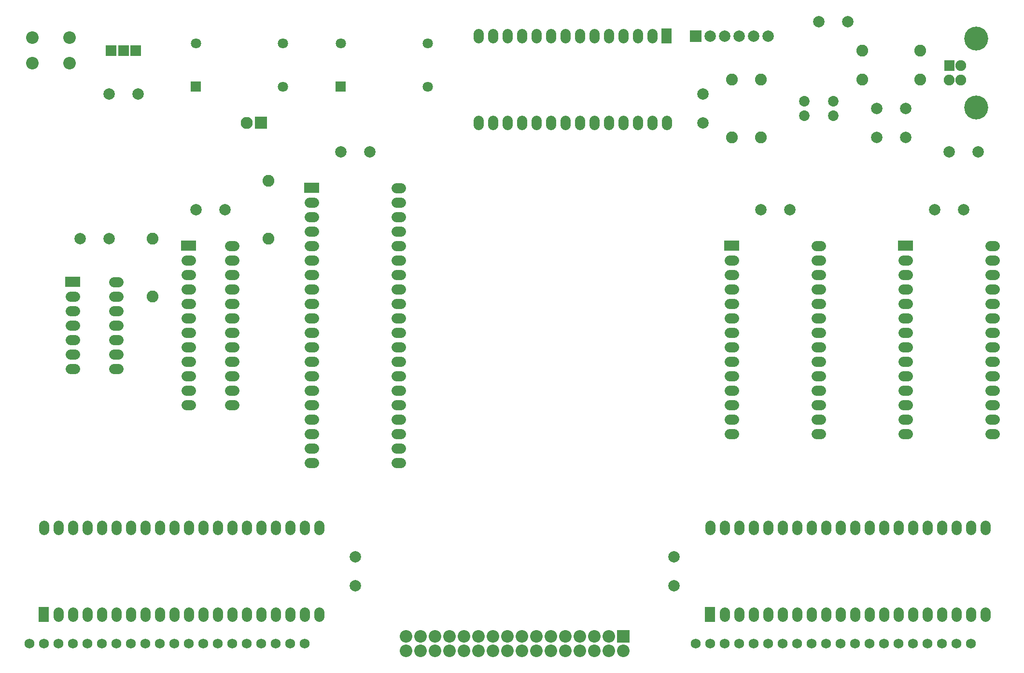
<source format=gbs>
G04 Layer: BottomSolderMaskLayer*
G04 EasyEDA v6.3.22, 2020-04-01T16:04:37--7:00*
G04 e4bcf462cb0447a68219b7cdce75b0ac,1d979999f33e43778db822881d36423c,10*
G04 Gerber Generator version 0.2*
G04 Scale: 100 percent, Rotated: No, Reflected: No *
G04 Dimensions in millimeters *
G04 leading zeros omitted , absolute positions ,3 integer and 3 decimal *
%FSLAX33Y33*%
%MOMM*%
G90*
G71D02*

%ADD35C,1.803197*%
%ADD37C,2.082800*%
%ADD39C,1.727200*%
%ADD40C,2.003196*%
%ADD45C,1.854200*%
%ADD47C,2.203196*%
%ADD48C,1.903197*%
%ADD49C,4.203192*%
%ADD51C,2.103196*%

%LPD*%
G54D35*
G01X85090Y99459D02*
G01X85090Y98660D01*
G01X115570Y114699D02*
G01X115570Y113900D01*
G01X87630Y99459D02*
G01X87630Y98660D01*
G01X113030Y114699D02*
G01X113030Y113900D01*
G01X90170Y99459D02*
G01X90170Y98660D01*
G01X110490Y114699D02*
G01X110490Y113900D01*
G01X92710Y99459D02*
G01X92710Y98660D01*
G01X107950Y114699D02*
G01X107950Y113900D01*
G01X95250Y99459D02*
G01X95250Y98660D01*
G01X105410Y114699D02*
G01X105410Y113900D01*
G01X97790Y99459D02*
G01X97790Y98660D01*
G01X102870Y114699D02*
G01X102870Y113900D01*
G01X100330Y99459D02*
G01X100330Y98660D01*
G01X100330Y114699D02*
G01X100330Y113900D01*
G01X102870Y99459D02*
G01X102870Y98660D01*
G01X97790Y114699D02*
G01X97790Y113900D01*
G01X105410Y99459D02*
G01X105410Y98660D01*
G01X95250Y114699D02*
G01X95250Y113900D01*
G01X107950Y99459D02*
G01X107950Y98660D01*
G01X92710Y114699D02*
G01X92710Y113900D01*
G01X110490Y99459D02*
G01X110490Y98660D01*
G01X90170Y114699D02*
G01X90170Y113900D01*
G01X113030Y99459D02*
G01X113030Y98660D01*
G01X87630Y114699D02*
G01X87630Y113900D01*
G01X115570Y99459D02*
G01X115570Y98660D01*
G01X85090Y114699D02*
G01X85090Y113900D01*
G01X118110Y99459D02*
G01X118110Y98660D01*
G01X41510Y49530D02*
G01X42309Y49530D01*
G01X33890Y74930D02*
G01X34689Y74930D01*
G01X41510Y52070D02*
G01X42309Y52070D01*
G01X33890Y72390D02*
G01X34689Y72390D01*
G01X41510Y54610D02*
G01X42309Y54610D01*
G01X33890Y69850D02*
G01X34689Y69850D01*
G01X41510Y57150D02*
G01X42309Y57150D01*
G01X33890Y67310D02*
G01X34689Y67310D01*
G01X41510Y59690D02*
G01X42309Y59690D01*
G01X33890Y64770D02*
G01X34689Y64770D01*
G01X41510Y62230D02*
G01X42309Y62230D01*
G01X33890Y62230D02*
G01X34689Y62230D01*
G01X41510Y64770D02*
G01X42309Y64770D01*
G01X33890Y59690D02*
G01X34689Y59690D01*
G01X41510Y67310D02*
G01X42309Y67310D01*
G01X33890Y57150D02*
G01X34689Y57150D01*
G01X41510Y69850D02*
G01X42309Y69850D01*
G01X33890Y54610D02*
G01X34689Y54610D01*
G01X41510Y72390D02*
G01X42309Y72390D01*
G01X33890Y52070D02*
G01X34689Y52070D01*
G01X41510Y74930D02*
G01X42309Y74930D01*
G01X33890Y49530D02*
G01X34689Y49530D01*
G01X41510Y77470D02*
G01X42309Y77470D01*
G01X144380Y44450D02*
G01X145179Y44450D01*
G01X129140Y74930D02*
G01X129939Y74930D01*
G01X144380Y46990D02*
G01X145179Y46990D01*
G01X129140Y72390D02*
G01X129939Y72390D01*
G01X144380Y49530D02*
G01X145179Y49530D01*
G01X129140Y69850D02*
G01X129939Y69850D01*
G01X144380Y52070D02*
G01X145179Y52070D01*
G01X129140Y67310D02*
G01X129939Y67310D01*
G01X144380Y54610D02*
G01X145179Y54610D01*
G01X129140Y64770D02*
G01X129939Y64770D01*
G01X144380Y57150D02*
G01X145179Y57150D01*
G01X129140Y62230D02*
G01X129939Y62230D01*
G01X144380Y59690D02*
G01X145179Y59690D01*
G01X129140Y59690D02*
G01X129939Y59690D01*
G01X144380Y62230D02*
G01X145179Y62230D01*
G01X129140Y57150D02*
G01X129939Y57150D01*
G01X144380Y64770D02*
G01X145179Y64770D01*
G01X129140Y54610D02*
G01X129939Y54610D01*
G01X144380Y67310D02*
G01X145179Y67310D01*
G01X129140Y52070D02*
G01X129939Y52070D01*
G01X144380Y69850D02*
G01X145179Y69850D01*
G01X129140Y49530D02*
G01X129939Y49530D01*
G01X144380Y72390D02*
G01X145179Y72390D01*
G01X129140Y46990D02*
G01X129939Y46990D01*
G01X144380Y74930D02*
G01X145179Y74930D01*
G01X129140Y44450D02*
G01X129939Y44450D01*
G01X144380Y77470D02*
G01X145179Y77470D01*
G01X21190Y55880D02*
G01X21989Y55880D01*
G01X13570Y68580D02*
G01X14369Y68580D01*
G01X21190Y58420D02*
G01X21989Y58420D01*
G01X13570Y66040D02*
G01X14369Y66040D01*
G01X21190Y60960D02*
G01X21989Y60960D01*
G01X13570Y63500D02*
G01X14369Y63500D01*
G01X21190Y63500D02*
G01X21989Y63500D01*
G01X13570Y60960D02*
G01X14369Y60960D01*
G01X21190Y66040D02*
G01X21989Y66040D01*
G01X13570Y58420D02*
G01X14369Y58420D01*
G01X21190Y68580D02*
G01X21989Y68580D01*
G01X13570Y55880D02*
G01X14369Y55880D01*
G01X21190Y71120D02*
G01X21989Y71120D01*
G01X173990Y27540D02*
G01X173990Y28339D01*
G01X128270Y12300D02*
G01X128270Y13099D01*
G01X171450Y27540D02*
G01X171450Y28339D01*
G01X130810Y12300D02*
G01X130810Y13099D01*
G01X168910Y27540D02*
G01X168910Y28339D01*
G01X133350Y12300D02*
G01X133350Y13099D01*
G01X166370Y27540D02*
G01X166370Y28339D01*
G01X135890Y12300D02*
G01X135890Y13099D01*
G01X163830Y27540D02*
G01X163830Y28339D01*
G01X138430Y12300D02*
G01X138430Y13099D01*
G01X161290Y27540D02*
G01X161290Y28339D01*
G01X140970Y12300D02*
G01X140970Y13099D01*
G01X158750Y27540D02*
G01X158750Y28339D01*
G01X143510Y12300D02*
G01X143510Y13099D01*
G01X156210Y27540D02*
G01X156210Y28339D01*
G01X146050Y12300D02*
G01X146050Y13099D01*
G01X153670Y27540D02*
G01X153670Y28339D01*
G01X148590Y12300D02*
G01X148590Y13099D01*
G01X151130Y27540D02*
G01X151130Y28339D01*
G01X151130Y12300D02*
G01X151130Y13099D01*
G01X148590Y27540D02*
G01X148590Y28339D01*
G01X153670Y12300D02*
G01X153670Y13099D01*
G01X146050Y27540D02*
G01X146050Y28339D01*
G01X156210Y12300D02*
G01X156210Y13099D01*
G01X143510Y27540D02*
G01X143510Y28339D01*
G01X158750Y12300D02*
G01X158750Y13099D01*
G01X140970Y27540D02*
G01X140970Y28339D01*
G01X161290Y12300D02*
G01X161290Y13099D01*
G01X138430Y27540D02*
G01X138430Y28339D01*
G01X163830Y12300D02*
G01X163830Y13099D01*
G01X135890Y27540D02*
G01X135890Y28339D01*
G01X166370Y12300D02*
G01X166370Y13099D01*
G01X133350Y27540D02*
G01X133350Y28339D01*
G01X168910Y12300D02*
G01X168910Y13099D01*
G01X130810Y27540D02*
G01X130810Y28339D01*
G01X171450Y12300D02*
G01X171450Y13099D01*
G01X128270Y27540D02*
G01X128270Y28339D01*
G01X173990Y12300D02*
G01X173990Y13099D01*
G01X125730Y27540D02*
G01X125730Y28339D01*
G01X57150Y27540D02*
G01X57150Y28339D01*
G01X11430Y12300D02*
G01X11430Y13099D01*
G01X54610Y27540D02*
G01X54610Y28339D01*
G01X13970Y12300D02*
G01X13970Y13099D01*
G01X52070Y27540D02*
G01X52070Y28339D01*
G01X16510Y12300D02*
G01X16510Y13099D01*
G01X49530Y27540D02*
G01X49530Y28339D01*
G01X19050Y12300D02*
G01X19050Y13099D01*
G01X46990Y27540D02*
G01X46990Y28339D01*
G01X21590Y12300D02*
G01X21590Y13099D01*
G01X44450Y27540D02*
G01X44450Y28339D01*
G01X24130Y12300D02*
G01X24130Y13099D01*
G01X41910Y27540D02*
G01X41910Y28339D01*
G01X26670Y12300D02*
G01X26670Y13099D01*
G01X39370Y27540D02*
G01X39370Y28339D01*
G01X29210Y12300D02*
G01X29210Y13099D01*
G01X36830Y27540D02*
G01X36830Y28339D01*
G01X31750Y12300D02*
G01X31750Y13099D01*
G01X34290Y27540D02*
G01X34290Y28339D01*
G01X34290Y12300D02*
G01X34290Y13099D01*
G01X31750Y27540D02*
G01X31750Y28339D01*
G01X36830Y12300D02*
G01X36830Y13099D01*
G01X29210Y27540D02*
G01X29210Y28339D01*
G01X39370Y12300D02*
G01X39370Y13099D01*
G01X26670Y27540D02*
G01X26670Y28339D01*
G01X41910Y12300D02*
G01X41910Y13099D01*
G01X24130Y27540D02*
G01X24130Y28339D01*
G01X44450Y12300D02*
G01X44450Y13099D01*
G01X21590Y27540D02*
G01X21590Y28339D01*
G01X46990Y12300D02*
G01X46990Y13099D01*
G01X19050Y27540D02*
G01X19050Y28339D01*
G01X49530Y12300D02*
G01X49530Y13099D01*
G01X16510Y27540D02*
G01X16510Y28339D01*
G01X52070Y12300D02*
G01X52070Y13099D01*
G01X13970Y27540D02*
G01X13970Y28339D01*
G01X54610Y12300D02*
G01X54610Y13099D01*
G01X11430Y27540D02*
G01X11430Y28339D01*
G01X57150Y12300D02*
G01X57150Y13099D01*
G01X8890Y27540D02*
G01X8890Y28339D01*
G01X70720Y39370D02*
G01X71519Y39370D01*
G01X55480Y85090D02*
G01X56279Y85090D01*
G01X70720Y41910D02*
G01X71519Y41910D01*
G01X55480Y82550D02*
G01X56279Y82550D01*
G01X70720Y44450D02*
G01X71519Y44450D01*
G01X55480Y80010D02*
G01X56279Y80010D01*
G01X70720Y46990D02*
G01X71519Y46990D01*
G01X55480Y77470D02*
G01X56279Y77470D01*
G01X70720Y49530D02*
G01X71519Y49530D01*
G01X55480Y74930D02*
G01X56279Y74930D01*
G01X70720Y52070D02*
G01X71519Y52070D01*
G01X55480Y72390D02*
G01X56279Y72390D01*
G01X70720Y54610D02*
G01X71519Y54610D01*
G01X55480Y69850D02*
G01X56279Y69850D01*
G01X70720Y57150D02*
G01X71519Y57150D01*
G01X55480Y67310D02*
G01X56279Y67310D01*
G01X70720Y59690D02*
G01X71519Y59690D01*
G01X55480Y64770D02*
G01X56279Y64770D01*
G01X70720Y62230D02*
G01X71519Y62230D01*
G01X55480Y62230D02*
G01X56279Y62230D01*
G01X70720Y64770D02*
G01X71519Y64770D01*
G01X55480Y59690D02*
G01X56279Y59690D01*
G01X70720Y67310D02*
G01X71519Y67310D01*
G01X55480Y57150D02*
G01X56279Y57150D01*
G01X70720Y69850D02*
G01X71519Y69850D01*
G01X55480Y54610D02*
G01X56279Y54610D01*
G01X70720Y72390D02*
G01X71519Y72390D01*
G01X55480Y52070D02*
G01X56279Y52070D01*
G01X70720Y74930D02*
G01X71519Y74930D01*
G01X55480Y49530D02*
G01X56279Y49530D01*
G01X70720Y77470D02*
G01X71519Y77470D01*
G01X55480Y46990D02*
G01X56279Y46990D01*
G01X70720Y80010D02*
G01X71519Y80010D01*
G01X55480Y44450D02*
G01X56279Y44450D01*
G01X70720Y82550D02*
G01X71519Y82550D01*
G01X55480Y41910D02*
G01X56279Y41910D01*
G01X70720Y85090D02*
G01X71519Y85090D01*
G01X55480Y39370D02*
G01X56279Y39370D01*
G01X70720Y87630D02*
G01X71519Y87630D01*
G01X174860Y44450D02*
G01X175659Y44450D01*
G01X159620Y74930D02*
G01X160419Y74930D01*
G01X174860Y46990D02*
G01X175659Y46990D01*
G01X159620Y72390D02*
G01X160419Y72390D01*
G01X174860Y49530D02*
G01X175659Y49530D01*
G01X159620Y69850D02*
G01X160419Y69850D01*
G01X174860Y52070D02*
G01X175659Y52070D01*
G01X159620Y67310D02*
G01X160419Y67310D01*
G01X174860Y54610D02*
G01X175659Y54610D01*
G01X159620Y64770D02*
G01X160419Y64770D01*
G01X174860Y57150D02*
G01X175659Y57150D01*
G01X159620Y62230D02*
G01X160419Y62230D01*
G01X174860Y59690D02*
G01X175659Y59690D01*
G01X159620Y59690D02*
G01X160419Y59690D01*
G01X174860Y62230D02*
G01X175659Y62230D01*
G01X159620Y57150D02*
G01X160419Y57150D01*
G01X174860Y64770D02*
G01X175659Y64770D01*
G01X159620Y54610D02*
G01X160419Y54610D01*
G01X174860Y67310D02*
G01X175659Y67310D01*
G01X159620Y52070D02*
G01X160419Y52070D01*
G01X174860Y69850D02*
G01X175659Y69850D01*
G01X159620Y49530D02*
G01X160419Y49530D01*
G01X174860Y72390D02*
G01X175659Y72390D01*
G01X159620Y46990D02*
G01X160419Y46990D01*
G01X174860Y74930D02*
G01X175659Y74930D01*
G01X159620Y44450D02*
G01X160419Y44450D01*
G01X174860Y77470D02*
G01X175659Y77470D01*
G36*
G01X19761Y110820D02*
G01X19761Y112699D01*
G01X21640Y112699D01*
G01X21640Y110820D01*
G01X19761Y110820D01*
G37*
G36*
G01X21920Y110820D02*
G01X21920Y112699D01*
G01X23799Y112699D01*
G01X23799Y110820D01*
G01X21920Y110820D01*
G37*
G36*
G01X24079Y110820D02*
G01X24079Y112699D01*
G01X25958Y112699D01*
G01X25958Y110820D01*
G01X24079Y110820D01*
G37*
G54D37*
G01X152400Y106680D03*
G01X162560Y106680D03*
G01X134620Y106680D03*
G01X134620Y96520D03*
G01X27940Y68580D03*
G01X27940Y78740D03*
G01X152400Y111760D03*
G01X162560Y111760D03*
G01X48260Y78740D03*
G01X48260Y88900D03*
G01X129540Y106680D03*
G01X129540Y96520D03*
G36*
G01X117208Y112999D02*
G01X117208Y115600D01*
G01X119011Y115600D01*
G01X119011Y112999D01*
G01X117208Y112999D01*
G37*
G54D39*
G01X6350Y7620D03*
G01X8890Y7620D03*
G01X11430Y7620D03*
G01X13970Y7620D03*
G01X16510Y7620D03*
G01X19050Y7620D03*
G01X21590Y7620D03*
G01X24130Y7620D03*
G01X26670Y7620D03*
G01X29210Y7620D03*
G01X31750Y7620D03*
G01X34290Y7620D03*
G01X36830Y7620D03*
G01X39370Y7620D03*
G01X41910Y7620D03*
G01X44450Y7620D03*
G01X46990Y7620D03*
G01X49530Y7620D03*
G01X52070Y7620D03*
G01X54610Y7620D03*
G01X123190Y7620D03*
G01X125730Y7620D03*
G01X128270Y7620D03*
G01X130810Y7620D03*
G01X133350Y7620D03*
G01X135890Y7620D03*
G01X138430Y7620D03*
G01X140970Y7620D03*
G01X143510Y7620D03*
G01X146050Y7620D03*
G01X148590Y7620D03*
G01X151130Y7620D03*
G01X153670Y7620D03*
G01X156210Y7620D03*
G01X158750Y7620D03*
G01X161290Y7620D03*
G01X163830Y7620D03*
G01X166370Y7620D03*
G01X168910Y7620D03*
G01X171450Y7620D03*
G54D40*
G01X135890Y114300D03*
G01X133350Y114300D03*
G01X130810Y114300D03*
G01X128270Y114300D03*
G01X125730Y114300D03*
G36*
G01X122189Y113299D02*
G01X122189Y115300D01*
G01X124190Y115300D01*
G01X124190Y113299D01*
G01X122189Y113299D01*
G37*
G36*
G01X32989Y76568D02*
G01X32989Y78371D01*
G01X35590Y78371D01*
G01X35590Y76568D01*
G01X32989Y76568D01*
G37*
G01X172720Y93980D03*
G01X167640Y93980D03*
G36*
G01X60058Y104508D02*
G01X60058Y106311D01*
G01X61861Y106311D01*
G01X61861Y104508D01*
G01X60058Y104508D01*
G37*
G54D35*
G01X60960Y113030D03*
G01X76200Y113030D03*
G01X76200Y105410D03*
G36*
G01X34658Y104508D02*
G01X34658Y106311D01*
G01X36461Y106311D01*
G01X36461Y104508D01*
G01X34658Y104508D01*
G37*
G01X35560Y113030D03*
G01X50800Y113030D03*
G01X50800Y105410D03*
G54D45*
G01X147320Y100330D03*
G01X147320Y102870D03*
G01X142240Y100330D03*
G01X142240Y102870D03*
G54D40*
G01X149860Y116840D03*
G01X144780Y116840D03*
G01X63500Y17780D03*
G01X63500Y22860D03*
G01X124460Y99060D03*
G01X124460Y104140D03*
G01X160020Y101600D03*
G01X160020Y96520D03*
G01X154940Y101600D03*
G01X154940Y96520D03*
G01X25400Y104140D03*
G01X20320Y104140D03*
G01X20320Y78740D03*
G01X15240Y78740D03*
G01X40640Y83820D03*
G01X35560Y83820D03*
G01X139700Y83820D03*
G01X134620Y83820D03*
G01X170180Y83820D03*
G01X165100Y83820D03*
G01X66040Y93980D03*
G01X60960Y93980D03*
G01X119380Y17780D03*
G01X119380Y22860D03*
G36*
G01X109387Y7787D02*
G01X109387Y9992D01*
G01X111592Y9992D01*
G01X111592Y7787D01*
G01X109387Y7787D01*
G37*
G54D47*
G01X110490Y6350D03*
G01X107950Y8890D03*
G01X107950Y6350D03*
G01X105410Y8890D03*
G01X105410Y6350D03*
G01X102870Y8890D03*
G01X102870Y6350D03*
G01X100330Y8890D03*
G01X100330Y6350D03*
G01X97790Y8890D03*
G01X97790Y6350D03*
G01X95250Y8890D03*
G01X95250Y6350D03*
G01X92710Y8890D03*
G01X92710Y6350D03*
G01X90170Y8890D03*
G01X90170Y6350D03*
G01X87630Y8890D03*
G01X87630Y6350D03*
G01X85090Y8890D03*
G01X85090Y6350D03*
G01X82550Y8890D03*
G01X82550Y6350D03*
G01X80010Y8890D03*
G01X80010Y6350D03*
G01X77470Y8890D03*
G01X77470Y6350D03*
G01X74930Y8890D03*
G01X74930Y6350D03*
G01X72390Y8890D03*
G01X72390Y6350D03*
G36*
G01X128239Y76568D02*
G01X128239Y78371D01*
G01X130840Y78371D01*
G01X130840Y76568D01*
G01X128239Y76568D01*
G37*
G54D48*
G01X169679Y106580D03*
G01X167688Y106580D03*
G36*
G01X166786Y108219D02*
G01X166786Y110022D01*
G01X168589Y110022D01*
G01X168589Y108219D01*
G01X166786Y108219D01*
G37*
G01X169679Y109120D03*
G54D49*
G01X172379Y113880D03*
G01X172379Y101780D03*
G36*
G01X12669Y70218D02*
G01X12669Y72021D01*
G01X15270Y72021D01*
G01X15270Y70218D01*
G01X12669Y70218D01*
G37*
G36*
G01X45938Y98008D02*
G01X45938Y100111D01*
G01X48041Y100111D01*
G01X48041Y98008D01*
G01X45938Y98008D01*
G37*
G54D51*
G01X44450Y99060D03*
G36*
G01X124828Y11399D02*
G01X124828Y14000D01*
G01X126631Y14000D01*
G01X126631Y11399D01*
G01X124828Y11399D01*
G37*
G36*
G01X7988Y11399D02*
G01X7988Y14000D01*
G01X9791Y14000D01*
G01X9791Y11399D01*
G01X7988Y11399D01*
G37*
G54D47*
G01X6910Y109510D03*
G01X13409Y109510D03*
G01X13409Y114009D03*
G01X6910Y114009D03*
G36*
G01X54579Y86728D02*
G01X54579Y88531D01*
G01X57180Y88531D01*
G01X57180Y86728D01*
G01X54579Y86728D01*
G37*
G36*
G01X158719Y76568D02*
G01X158719Y78371D01*
G01X161320Y78371D01*
G01X161320Y76568D01*
G01X158719Y76568D01*
G37*
M00*
M02*

</source>
